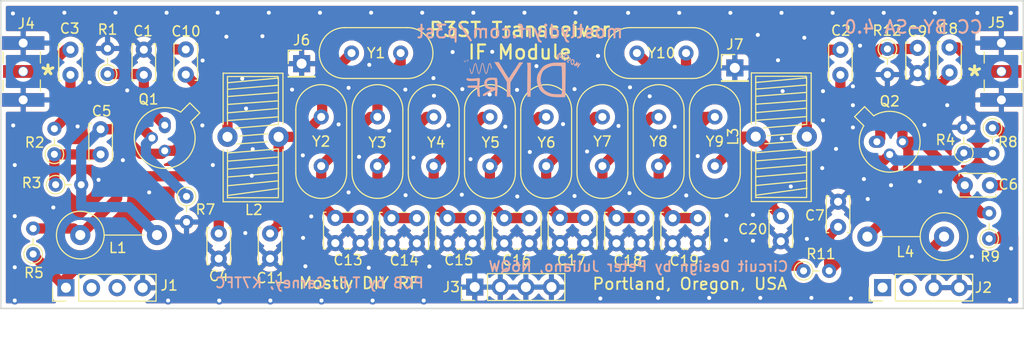
<source format=kicad_pcb>
(kicad_pcb (version 20211014) (generator pcbnew)
  (layers (0 "F.Cu" signal) (31 "B.Cu" signal) (34 "B.Paste" user) (35 "F.Paste" user) (36 "B.SilkS" user "B.Silkscreen") (37 "F.SilkS" user "F.Silkscreen") (38 "B.Mask" user) (39 "F.Mask" user) (44 "Edge.Cuts" user))
  (net 0 "")
  (net 3 "GND")
  (net 4 "12V_Main")
  (net 5 "Net-(C1-Pad1)")
  (net 6 "Net-(C2-Pad1)")
  (net 7 "Net-(C2-Pad2)")
  (net 8 "Net-(C3-Pad2)")
  (net 9 "Net-(C4-Pad1)")
  (net 10 "Net-(C3-Pad1)")
  (net 11 "Net-(C5-Pad2)")
  (net 12 "Net-(C10-Pad1)")
  (net 13 "Net-(C6-Pad1)")
  (net 14 "Net-(C6-Pad2)")
  (net 15 "Net-(C7-Pad1)")
  (net 16 "Net-(C10-Pad2)")
  (net 17 "Net-(C8-Pad2)")
  (net 18 "Net-(C9-Pad1)")
  (net 19 "Net-(C11-Pad1)")
  (net 20 "Net-(C12-Pad1)")
  (net 21 "Net-(C14-Pad1)")
  (net 22 "Net-(C15-Pad1)")
  (net 23 "Net-(C16-Pad1)")
  (net 24 "Net-(C17-Pad1)")
  (net 25 "Net-(C18-Pad1)")
  (net 28 "Net-(C19-Pad1)")
  (net 29 "Net-(C20-Pad1)")
  (footprint "K7TFC_Passives:R_Axial_P2.54mm_Vertical" (layer "F.Cu") (at 237.7948 94.565 90)
    (fp_text reference "R9")
    (fp_text value "3K")
  )
  (footprint "Crystal:Crystal_HC49-U_Vertical" (layer "F.Cu") (at 188.188 82.472 -90)
    (fp_text reference "Y5")
    (fp_text value "Crystal")
  )
  (footprint "Capacitor_THT:C_Disc_D3.4mm_W2.1mm_P2.50mm" (layer "F.Cu") (at 200.761 92.525 -90)
    (fp_text reference "C18")
    (fp_text value "C")
  )
  (footprint "K7TFC_Passives:R_Axial_P2.54mm_Vertical" (layer "F.Cu") (at 150.1902 78.2074 90)
    (fp_text reference "R1")
    (fp_text value "100")
  )
  (footprint "Connector_PinHeader_2.54mm:PinHeader_1x01_P2.54mm_Vertical" (layer "F.Cu") (at 169.475 77.175)
    (fp_text reference "J6")
    (fp_text value "Conn_01x01")
  )
  (footprint "Inductor_THT:L_Axial_L11.0mm_D4.5mm_P7.62mm_Vertical_Fastron_MECC" (layer "F.Cu") (at 233.314 94.361 180)
    (fp_text reference "L4")
    (fp_text value "9.5uH")
  )
  (footprint "K7TFC_Passives:Cap_ParallelPads_Righthand_P2.50mm" (layer "F.Cu") (at 203.25 92.525 -90)
    (fp_text reference "C25" hide)
    (fp_text value "C")
  )
  (footprint "K7TFC_Passives:Cap_ParallelPads_Righthand_P2.50mm" (layer "F.Cu") (at 180.925 92.525 -90)
    (fp_text reference "C21" hide)
    (fp_text value "C")
  )
  (footprint "Capacitor_THT:C_Disc_D3.4mm_W2.1mm_P2.50mm" (layer "F.Cu") (at 233.8578 78.0596 90)
    (fp_text reference "C8")
    (fp_text value "0.10")
  )
  (footprint "Crystal:Crystal_HC49-U_Vertical" (layer "F.Cu") (at 204.952 82.472 -90)
    (fp_text reference "Y8")
    (fp_text value "Crystal")
  )
  (footprint "Connector_PinHeader_2.54mm:PinHeader_1x04_P2.54mm_Vertical" (layer "F.Cu") (at 146.06 99.441 90)
    (fp_text reference "J1")
    (fp_text value "Conn_01x04_Male" hide)
  )
  (footprint "Capacitor_THT:C_Disc_D3.4mm_W2.1mm_P2.50mm" (layer "F.Cu") (at 223.012 75.7936 -90)
    (fp_text reference "C2")
    (fp_text value "0.1uF")
  )
  (footprint "Capacitor_THT:C_Disc_D3.4mm_W2.1mm_P2.50mm" (layer "F.Cu") (at 222.7834 93.3958 90)
    (fp_text reference "C7")
    (fp_text value "0.10")
  )
  (footprint "K7TFC_Passives:R_Axial_P2.54mm_Vertical" (layer "F.Cu") (at 238.125 83.555 -90)
    (fp_text reference "R8")
    (fp_text value "680")
  )
  (footprint "Crystal:Crystal_HC49-U_Vertical" (layer "F.Cu") (at 210.54 82.472 -90)
    (fp_text reference "Y9")
    (fp_text value "Crystal")
  )
  (footprint "K7TFC_Passives:R_Axial_P2.54mm_Vertical" (layer "F.Cu") (at 227.6856 75.7166 -90)
    (fp_text reference "R12")
    (fp_text value "50")
  )
  (footprint "Capacitor_THT:C_Disc_D3.4mm_W2.1mm_P2.50mm" (layer "F.Cu") (at 157.9626 75.7628 -90)
    (fp_text reference "C10")
    (fp_text value "0.10uF")
  )
  (footprint "Connector_PinHeader_2.54mm:PinHeader_1x04_P2.54mm_Vertical" (layer "F.Cu") (at 186.68 99.375 90)
    (fp_text reference "J3")
    (fp_text value "Conn_01x04_Male")
  )
  (footprint "Capacitor_THT:C_Disc_D3.4mm_W2.1mm_P2.50mm" (layer "F.Cu") (at 189.6104 92.525 -90)
    (fp_text reference "C16")
    (fp_text value "C")
  )
  (footprint "Capacitor_THT:C_Disc_D3.4mm_W2.1mm_P2.50mm" (layer "F.Cu") (at 166.3446 94.0508 -90)
    (fp_text reference "C11")
    (fp_text value "C?")
  )
  (footprint "K7TFC_Passives:R_Axial_P2.54mm_Vertical" (layer "F.Cu") (at 142.8 96.095 90)
    (fp_text reference "R5")
    (fp_text value "10")
  )
  (footprint "K7TFC_Passives:Cap_ParallelPads_Righthand_P2.50mm" (layer "F.Cu") (at 197.65 92.5 -90)
    (fp_text reference "C24" hide)
    (fp_text value "C")
  )
  (footprint "Crystal:Crystal_HC49-U_Vertical" (layer "F.Cu") (at 193.776 82.472 -90)
    (fp_text reference "Y6")
    (fp_text value "Crystal")
  )
  (footprint "Crystal:Crystal_HC49-U_Vertical" (layer "F.Cu") (at 182.6 82.472 -90)
    (fp_text reference "Y4")
    (fp_text value "Crystal")
  )
  (footprint "Capacitor_THT:C_Disc_D3.4mm_W2.1mm_P2.50mm" (layer "F.Cu") (at 235.3764 89.2556)
    (fp_text reference "C6")
    (fp_text value "0.10")
  )
  (footprint "K7TFC_Passives:R_Axial_P2.54mm_Vertical" (layer "F.Cu") (at 145.0332 89.2048)
    (fp_text reference "R3")
    (fp_text value "3K")
  )
  (footprint "Crystal:Crystal_HC49-U_Vertical" (layer "F.Cu") (at 174.435 76.122)
    (fp_text reference "Y1")
    (fp_text value "Crystal")
  )
  (footprint "K7TFC:SMA_EdgeMount_0.062_Samtec_wHoles" (layer "F.Cu") (at 239.014 77.9526 90)
    (fp_text reference "J5")
    (fp_text value "Conn_01x02" hide)
  )
  (footprint "Capacitor_THT:C_Disc_D3.4mm_W2.1mm_P2.50mm" (layer "F.Cu") (at 172.821 92.505 -90)
    (fp_text reference "C13")
    (fp_text value "C")
  )
  (footprint "K7TFC_Passives:R_Axial_P2.54mm_Vertical" (layer "F.Cu") (at 158.0388 90.3724 -90)
    (fp_text reference "R7")
    (fp_text value "1K")
  )
  (footprint "Crystal:Crystal_HC49-U_Vertical" (layer "F.Cu") (at 171.424 82.472 -90)
    (fp_text reference "Y2")
    (fp_text value "Crystal")
  )
  (footprint "Capacitor_THT:C_Disc_D3.4mm_W2.1mm_P2.50mm" (layer "F.Cu") (at 206.349 92.525 -90)
    (fp_text reference "C19")
    (fp_text value "C")
  )
  (footprint "K7TFC_Passives:Cap_ParallelPads_Righthand_P2.50mm" (layer "F.Cu") (at 186.475 92.525 -90)
    (fp_text reference "C22" hide)
    (fp_text value "C")
  )
  (footprint "Crystal:Crystal_HC49-U_Vertical" (layer "F.Cu") (at 199.364 82.472 -90)
    (fp_text reference "Y7")
    (fp_text value "Crystal")
  )
  (footprint "K7TFC_Passives:Cap_ParallelPads_Righthand_P2.50mm" (layer "F.Cu") (at 192.1 92.525 -90)
    (fp_text reference "C23" hide)
    (fp_text value "C")
  )
  (footprint "Package_TO_SOT_THT:TO-18-3" (layer "F.Cu") (at 226.639724 84.934724)
    (fp_text reference "Q2")
    (fp_text value "2N2222A_TO18")
  )
  (footprint "K7TFC_Passives:Cap_ParallelPads_Righthand_P2.50mm" (layer "F.Cu") (at 208.85 92.525 -90)
    (fp_text reference "C26" hide)
    (fp_text value "C")
  )
  (footprint "K7TFC_Toroids:Toroid_T50_Vertical_P6.00mm" (layer "F.Cu") (at 214.6 84.425 90)
    (fp_text reference "L3")
    (fp_text value "L")
  )
  (footprint "Capacitor_THT:C_Disc_D3.4mm_W2.1mm_P2.50mm" (layer "F.Cu") (at 153.797 78.2882 90)
    (fp_text reference "C1")
    (fp_text value "0.1uF")
  )
  (footprint "K7TFC_Passives:R_Axial_P2.54mm_Vertical" (layer "F.Cu") (at 144.907 86.183 90)
    (fp_text reference "R2")
    (fp_text value "680")
  )
  (footprint "K7TFC:SMA_EdgeMount_0.062_Samtec_wHoles" (layer "F.Cu") (at 141.8082 77.9526 -90)
    (fp_text reference "J4")
    (fp_text value "Conn_01x02" hide)
  )
  (footprint "Crystal:Crystal_HC49-U_Vertical" (layer "F.Cu") (at 177.012 82.472 -90)
    (fp_text reference "Y3")
    (fp_text value "Crystal")
  )
  (footprint "Package_TO_SOT_THT:TO-18-3" (layer "F.Cu") (at 155.872876 83.293524 -90)
    (fp_text reference "Q1")
    (fp_text value "2N2222A_TO18")
  )
  (footprint "Inductor_THT:L_Axial_L11.0mm_D4.5mm_P7.62mm_Vertical_Fastron_MECC" (layer "F.Cu") (at 147.4828 94.2086)
    (fp_text reference "L1")
    (fp_text value "9.5uH")
  )
  (footprint "K7TFC_Passives:R_Axial_P2.54mm_Vertical" (layer "F.Cu") (at 219.3544 97.7646)
    (fp_text reference "R11")
    (fp_text value "10")
  )
  (footprint "Capacitor_THT:C_Disc_D3.4mm_W2.1mm_P2.50mm" (layer "F.Cu") (at 195.1476 92.4996 -90)
    (fp_text reference "C17")
    (fp_text value "C")
  )
  (footprint "Capacitor_THT:C_Disc_D3.4mm_W2.1mm_P2.50mm" (layer "F.Cu") (at 178.409 92.525 -90)
    (fp_text reference "C14")
    (fp_text value "C")
  )
  (footprint "Capacitor_THT:C_Disc_D3.4mm_W2.1mm_P2.50mm" (layer "F.Cu") (at 149.5044 83.693 -90)
    (fp_text reference "C5")
    (fp_text value "0.10")
  )
  (footprint "K7TFC_Passives:R_Axial_P2.54mm_Vertical" (layer "F.Cu") (at 235.275 86.045 90)
    (fp_text reference "R4")
    (fp_text value "1K")
  )
  (footprint "Capacitor_THT:C_Disc_D3.4mm_W2.1mm_P2.50mm" (layer "F.Cu") (at 161.2392 94.0508 -90)
    (fp_text reference "C4")
    (fp_text value "0.10")
  )
  (footprint "K7TFC_Toroids:Toroid_T50_Vertical_P6.00mm" (layer "F.Cu") (at 162.11 84.4492 90)
    (fp_text reference "L2")
    (fp_text value "L")
  )
  (footprint "Capacitor_THT:C_Disc_D3.4mm_W2.1mm_P2.50mm" (layer "F.Cu") (at 230.6828 75.6104 -90)
    (fp_text reference "C9")
    (fp_text value "0.1uF")
  )
  (footprint "Capacitor_THT:C_Disc_D3.4mm_W2.1mm_P2.50mm" (layer "F.Cu") (at 146.5072 75.7882 -90)
    (fp_text reference "C3")
    (fp_text value "0.1uF")
  )
  (footprint "K7TFC_Passives:Cap_ParallelPads_Righthand_P2.50mm" (layer "F.Cu") (at 175.325 92.5 -90)
    (fp_text reference "C12" hide)
    (fp_text value "C")
  )
  (footprint "Capacitor_THT:C_Disc_D3.4mm_W2.1mm_P2.50mm" (layer "F.Cu") (at 217.0938 92.3236 -90)
    (fp_text reference "C20")
    (fp_text value "0.1uF")
  )
  (footprint "Connector_PinHeader_2.54mm:PinHeader_1x04_P2.54mm_Vertical" (layer "F.Cu") (at 227.205 99.425 90)
    (fp_text reference "J2")
    (fp_text value "Conn_01x04_Male" hide)
  )
  (footprint "Capacitor_THT:C_Disc_D3.4mm_W2.1mm_P2.50mm" (layer "F.Cu") (at 183.9716 92.525 -90)
    (fp_text reference "C15")
    (fp_text value "C")
  )
  (footprint "Crystal:Crystal_HC49-U_Vertical" (layer "F.Cu") (at 202.793 76.122)
    (fp_text reference "Y10")
    (fp_text value "Crystal")
  )
  (footprint "Connector_PinHeader_2.54mm:PinHeader_1x01_P2.54mm_Vertical" (layer "F.Cu") (at 212.525 77.6)
    (fp_text reference "J7")
    (fp_text value "Conn_01x01")
  )
  (footprint "Graphics:diyrf_12mm" (layer "B.Cu") (at 191.430585 78.211397 180)
    (fp_text reference "G***" hide)
    (fp_text value "LOGO" hide)
  )
  (gr_rect (start 139.58 70.925) (end 241.195 101.5) (layer "Edge.Cuts") (width 0.15) (fill none))
  (gr_text "Circuit Design by Peter Juliano, N6QW" (at 202.946 97.3328) (layer "B.SilkS") (effects (font (size 1.016 1.016) (thickness 0.1778)) (justify mirror)))
  (gr_text "CC BY-SA 4.0" (at 230.2764 73.533) (layer "B.SilkS") (effects (font (size 1.27 1.27) (thickness 0.2032)) (justify mirror)))
  (gr_text "PCB by T.F. Carney, K7TFC" (at 171.2468 98.9584) (layer "B.SilkS") (effects (font (size 1.016 1.016) (thickness 0.1778)) (justify mirror)))
  (gr_text "mostlydiyrf.com/p3st" (at 191.1858 73.9902) (layer "B.SilkS") (effects (font (size 1.27 1.27) (thickness 0.2032)) (justify mirror)))
  (gr_text "*" (at 236.347 78.5114) (layer "F.SilkS") (effects (font (size 2.032 2.032) (thickness 0.3048))))
  (gr_text "*" (at 144.272 78.4098) (layer "F.SilkS") (effects (font (size 2.032 2.032) (thickness 0.3048))))
  (gr_text "\nP3ST Transceiver\nIF Module" (at 191.1604 73.787) (layer "F.SilkS") (effects (font (size 1.397 1.397) (thickness 0.2286))))
  (gr_text "Portland, Oregon, USA" (at 208.0514 99.06) (layer "F.SilkS") (effects (font (size 1.143 1.143) (thickness 0.1778))))
  (gr_text "Mostly DIY RF" (at 175.1838 98.9838) (layer "F.SilkS") (effects (font (size 1.143 1.143) (thickness 0.1778))))
  (via (at 163.8808 94.0054) (size 0.8) (drill 0.4) (layers "F.Cu" "B.Cu") (net 3))
  (via (at 169.8498 97.3074) (size 0.8) (drill 0.4) (layers "F.Cu" "B.Cu") (net 3))
  (via (at 239.9538 72.136) (size 0.8) (drill 0.4) (layers "F.Cu" "B.Cu") (net 3))
  (via (at 166.37 100.711) (size 0.8) (drill 0.4) (layers "F.Cu" "B.Cu") (net 3))
  (via (at 188.4172 75.9968) (size 0.8) (drill 0.4) (layers "F.Cu" "B.Cu") (net 3))
  (via (at 217.1954 84.6074) (size 0.8) (drill 0.4) (layers "F.Cu" "B.Cu") (net 3))
  (via (at 222.24 72.125) (size 0.8) (drill 0.4) (layers "F.Cu" "B.Cu") (net 3))
  (via (at 149.3012 88.7222) (size 0.8) (drill 0.4) (layers "F.Cu" "B.Cu") (net 3))
  (via (at 199.1614 100.5078) (size 0.8) (drill 0.4) (layers "F.Cu" "B.Cu") (net 3))
  (via (at 190.9064 90.3732) (size 0.8) (drill 0.4) (layers "F.Cu" "B.Cu") (net 3))
  (via (at 191.62 72.114) (size 0.8) (drill 0.4) (layers "F.Cu" "B.Cu") (net 3))
  (via (at 233.6292 81.3054) (size 0.8) (drill 0.4) (layers "F.Cu" "B.Cu") (net 3))
  (via (at 219.6846 94.5896) (size 0.8) (drill 0.4) (layers "F.Cu" "B.Cu") (net 3))
  (via (at 225.3488 88.646) (size 0.8) (drill 0.4) (layers "F.Cu" "B.Cu") (net 3))
  (via (at 164.6174 85.6742) (size 0.8) (drill 0.4) (layers "F.Cu" "B.Cu") (net 3))
  (via (at 214.3252 94.7674) (size 0.8) (drill 0.4) (layers "F.Cu" "B.Cu") (net 3))
  (via (at 180.594 86.5124) (size 0.8) (drill 0.4) (layers "F.Cu" "B.Cu") (net 3))
  (via (at 154.3304 89.9668) (size 0.8) (drill 0.4) (layers "F.Cu" "B.Cu") (net 3))
  (via (at 182.1688 97.3328) (size 0.8) (drill 0.4) (layers "F.Cu" "B.Cu") (net 3))
  (via (at 179.7812 79.756) (size 0.8) (drill 0.4) (layers "F.Cu" "B.Cu") (net 3))
  (via (at 150.98 72.114) (size 0.8) (drill 0.4) (layers "F.Cu" "B.Cu") (net 3))
  (via (at 202.057 90.043) (size 0.8) (drill 0.4) (layers "F.Cu" "B.Cu") (net 3))
  (via (at 163.576 78.6638) (size 0.8) (drill 0.4) (layers "F.Cu" "B.Cu") (net 3))
  (via (at 209.975 100.45) (size 0.8) (drill 0.4) (layers "F.Cu" "B.Cu") (net 3))
  (via (at 198.9328 76.4032) (size 0.8) (drill 0.4) (layers "F.Cu" "B.Cu") (net 3))
  (via (at 156.06 72.114) (size 0.8) (drill 0.4) (layers "F.Cu" "B.Cu") (net 3))
  (via (at 196.596 79.7052) (size 0.8) (drill 0.4) (layers "F.Cu" "B.Cu") (net 3))
  (via (at 174.1424 79.5782) (size 0.8) (drill 0.4) (layers "F.Cu" "B.Cu") (net 3))
  (via (at 224.2566 83.5152) (size 0.8) (drill 0.4) (layers "F.Cu" "B.Cu") (net 3))
  (via (at 152.146 79.8322) (size 0.8) (drill 0.4) (layers "F.Cu" "B.Cu") (net 3))
  (via (at 140.97 92.329) (size 0.8) (drill 0.4) (layers "F.Cu" "B.Cu") (net 3))
  (via (at 236.0676 96.3422) (size 0.8) (drill 0.4) (layers "F.Cu" "B.Cu") (net 3))
  (via (at 211.6328 94.7166) (size 0.8) (drill 0.4) (layers "F.Cu" "B.Cu") (net 3))
  (via (at 173.1518 83.2104) (size 0.8) (drill 0.4) (layers "F.Cu" "B.Cu") (net 3))
  (via (at 221.2848 79.9084) (size 0.8) (drill 0.4) (layers "F.Cu" "B.Cu") (net 3))
  (via (at 176.38 72.114) (size 0.8) (drill 0.4) (layers "F.Cu" "B.Cu") (net 3))
  (via (at 184.4802 76.0222) (size 0.8) (drill 0.4) (layers "F.Cu" "B.Cu") (net 3))
  (via (at 148.4122 79.0448) (size 0.8) (drill 0.4) (layers "F.Cu" "B.Cu") (net 3))
  (via (at 195.453 83.185) (size 0.8) (drill 0.4) (layers "F.Cu" "B.Cu") (net 3))
  (via (at 236.6264 72.136) (size 0.8) (drill 0.4) (layers "F.Cu" "B.Cu") (net 3))
  (via (at 161.29 100.711) (size 0.8) (drill 0.4) (layers "F.Cu" "B.Cu") (net 3))
  (via (at 140.97 87.249) (size 0.8) (drill 0.4) (layers "F.Cu" "B.Cu") (net 3))
  (via (at 140.7922 72.1868) (size 0.8) (drill 0.4) (layers "F.Cu" "B.Cu") (net 3))
  (via (at 169.6212 94.488) (size 0.8) (drill 0.4) (layers "F.Cu" "B.Cu") (net 3))
  (via (at 188.1632 80.2386) (size 0.8) (drill 0.4) (layers "F.Cu" "B.Cu") (net 3))
  (via (at 168.529 79.756) (size 0.8) (drill 0.4) (layers "F.Cu" "B.Cu") (net 3))
  (via (at 232.4 72.125) (size 0.8) (drill 0.4) (layers "F.Cu" "B.Cu") (net 3))
  (via (at 214.3252 92.202) (size 0.8) (drill 0.4) (layers "F.Cu" "B.Cu") (net 3))
  (via (at 160.655 87.249) (size 0.8) (drill 0.4) (layers "F.Cu" "B.Cu") (net 3))
  (via (at 224.2566 79.4258) (size 0.8) (drill 0.4) (layers "F.Cu" "B.Cu") (net 3))
  (via (at 169.5958 86.2838) (size 0.8) (drill 0.4) (layers "F.Cu" "B.Cu") (net 3))
  (via (at 197.8406 85.9028) (size 0.8) (drill 0.4) (layers "F.Cu" "B.Cu") (net 3))
  (via (at 224.05 100.5) (size 0.8) (drill 0.4) (layers "F.Cu" "B.Cu") (net 3))
  (via (at 151.7142 86.7664) (size 0.8) (drill 0.4) (layers "F.Cu" "B.Cu") (net 3))
  (via (at 185.4454 79.7052) (size 0.8) (drill 0.4) (layers "F.Cu" "B.Cu") (net 3))
  (via (at 161.14 72.114) (size 0.8) (drill 0.4) (layers "F.Cu" "B.Cu") (net 3))
  (via (at 179.8066 90.2462) (size 0.8) (drill 0.4) (layers "F.Cu" "B.Cu") (net 3))
  (via (at 211.709 92.2528) (size 0.8) (drill 0.4) (layers "F.Cu" "B.Cu") (net 3))
  (via (at 165.5826 74.4474) (size 0.8) (drill 0.4) (layers "F.Cu" "B.Cu") (net 3))
  (via (at 217.2716 79.9084) (size 0.8) (drill 0.4) (layers "F.Cu" "B.Cu") (net 3))
  (via (at 231.3686 83.2612) (size 0.8) (drill 0.4) (layers "F.Cu" "B.Cu") (net 3))
  (via (at 207 72.125) (size 0.8) (drill 0.4) (layers "F.Cu" "B.Cu") (net 3))
  (via (at 220.135 100.45) (size 0.8) (drill 0.4) (layers "F.Cu" "B.Cu") (net 3))
  (via (at 140.8176 83.312) (size 0.8) (drill 0.4) (layers "F.Cu" "B.Cu") (net 3))
  (via (at 216.8144 76.835) (size 0.8) (drill 0.4) (layers "F.Cu" "B.Cu") (net 3))
  (via (at 225.7298 90.6272) (size 0.8) (drill 0.4) (layers "F.Cu" "B.Cu") (net 3))
  (via (at 159.639 76.8604) (size 0.8) (drill 0.4) (layers "F.Cu" "B.Cu") (net 3))
  (via (at 171.45 100.711) (size 0.8) (drill 0.4) (layers "F.Cu" "B.Cu") (net 3))
  (via (at 184.0738 83.312) (size 0.8) (drill 0.4) (layers "F.Cu" "B.Cu") (net 3))
  (via (at 140.97 100.711) (size 0.8) (drill 0.4) (layers "F.Cu" "B.Cu") (net 3))
  (via (at 221.2848 82.804) (size 0.8) (drill 0.4) (layers "F.Cu" "B.Cu") (net 3))
  (via (at 192.151 85.9536) (size 0.8) (drill 0.4) (layers "F.Cu" "B.Cu") (net 3))
  (via (at 156.21 100.711) (size 0.8) (drill 0.4) (layers "F.Cu" "B.Cu") (net 3))
  (via (at 159.6136 83.312) (size 0.8) (drill 0.4) (layers "F.Cu" "B.Cu") (net 3))
  (via (at 189.7126 83.439) (size 0.8) (drill 0.4) (layers "F.Cu" "B.Cu") (net 3))
  (via (at 212.08 72.125) (size 0.8) (drill 0.4) (layers "F.Cu" "B.Cu") (net 3))
  (via (at 176.53 100.711) (size 0.8) (drill 0.4) (layers "F.Cu" "B.Cu") (net 3))
  (via (at 196.596 90.3224) (size 0.8) (drill 0.4) (layers "F.Cu" "B.Cu") (net 3))
  (via (at 200.9648 83.3628) (size 0.8) (drill 0.4) (layers "F.Cu" "B.Cu") (net 3))
  (via (at 162.0012 74.4982) (size 0.8) (drill 0.4) (layers "F.Cu" "B.Cu") (net 3))
  (via (at 218.0844 89.3826) (size 0.8) (drill 0.4) (layers "F.Cu" "B.Cu") (net 3))
  (via (at 178.181 83.8454) (size 0.8) (drill 0.4) (layers "F.Cu" "B.Cu") (net 3))
  (via (at 145.9 72.114) (size 0.8) (drill 0.4) (layers "F.Cu" "B.Cu") (net 3))
  (via (at 208.8388 86.36) (size 0.8) (drill 0.4) (layers "F.Cu" "B.Cu") (net 3))
  (via (at 202.1078 79.5274) (size 0.8) (drill 0.4) (layers "F.Cu" "B.Cu") (net 3))
  (via (at 190.881 79.7814) (size 0.8) (drill 0.4) (layers "F.Cu" "B.Cu") (net 3))
  (via (at 214.8078 74.3204) (size 0.8) (drill 0.4) (layers "F.Cu" "B.Cu") (net 3))
  (via (at 144.8054 91.4654) (size 0.8) (drill 0.4) (layers "F.Cu" "B.Cu") (net 3))
  (via (at 224.2566 81.3054) (size 0.8) (drill 0.4) (layers "F.Cu" "B.Cu") (net 3))
  (via (at 174.1424 89.9668) (size 0.8) (drill 0.4) (layers "F.Cu" "B.Cu") (net 3))
  (via (at 176.149 97.4598) (size 0.8) (drill 0.4) (layers "F.Cu" "B.Cu") (net 3))
  (via (at 230.886 88.8746) (size 0.8) (drill 0.4) (layers "F.Cu" "B.Cu") (net 3))
  (via (at 186.2582 86.6648) (size 0.8) (drill 0.4) (layers "F.Cu" "B.Cu") (net 3))
  (via (at 207.6958 90.2716) (size 0.8) (drill 0.4) (layers "F.Cu" "B.Cu") (net 3))
  (via (at 147.2184 83.4136) (size 0.8) (drill 0.4) (layers "F.Cu" "B.Cu") (net 3))
  (via (at 239.85 100.625) (size 0.8) (drill 0.4) (layers "F.Cu" "B.Cu") (net 3))
  (via (at 176.1998 77.2922) (size 0.8) (drill 0.4) (layers "F.Cu" "B.Cu") (net 3))
  (via (at 224.9678 75.3872) (size 0.8) (drill 0.4) (layers "F.Cu" "B.Cu") (net 3))
  (via (at 219.4306 74.5998) (size 0.8) (drill 0.4) (layers "F.Cu" "B.Cu") (net 3))
  (via (at 182.5752 78.613) (size 0.8) (drill 0.4) (layers "F.Cu" "B.Cu") (net 3))
  (via (at 204.0636 80.4164) (size 0.8) (drill 0.4) (layers "F.Cu" "B.Cu") (net 3))
  (via (at 163.957 81.6356) (size 0.8) (drill 0.4) (layers "F.Cu" "B.Cu") (net 3))
  (via (at 227.32 72.125) (size 0.8) (drill 0.4) (layers "F.Cu" "B.Cu") (net 3))
  (via (at 221.2086 87.5538) (size 0.8) (drill 0.4) (layers "F.Cu" "B.Cu") (net 3))
  (via (at 181.46 72.114) (size 0.8) (drill 0.4) (layers "F.Cu" "B.Cu") (net 3))
  (via (at 170.434 92.3544) (size 0.8) (drill 0.4) (layers "F.Cu" "B.Cu") (net 3))
  (via (at 140.97 97.409) (size 0.8) (drill 0.4) (layers "F.Cu" "B.Cu") (net 3))
  (via (at 228.0412 89.2556) (size 0.8) (drill 0.4) (layers "F.Cu" "B.Cu") (net 3))
  (via (at 192.8114 77.4192) (size 0.8) (drill 0.4) (layers "F.Cu" "B.Cu") (net 3))
  (via (at 217.16 72.125) (size 0.8) (drill 0.4) (layers "F.Cu" "B.Cu") (net 3))
  (via (at 175.1838 86.4362) (size 0.8) (drill 0.4) (layers "F.Cu" "B.Cu") (net 3))
  (via (at 222.5802 85.6488) (size 0.8) (drill 0.4) (layers "F.Cu" "B.Cu") (net 3))
  (via (at 196.7 72.114) (size 0.8) (drill 0.4) (layers "F.Cu" "B.Cu") (net 3))
  (via (at 215.055 100.45) (size 0.8) (drill 0.4) (layers "F.Cu" "B.Cu") (net 3))
  (via (at 164.5158 88.3158) (size 0.8) (drill 0.4) (layers "F.Cu" "B.Cu") (net 3))
  (via (at 182.626 80.3656) (size 0.8) (drill 0.4) (layers "F.Cu" "B.Cu") (net 3))
  (via (at 206.5528 83.439) (size 0.8) (drill 0.4) (layers "F.Cu" "B.Cu") (net 3))
  (via (at 239.977 95.545) (size 0.8) (drill 0.4) (layers "F.Cu" "B.Cu") (net 3))
  (via (at 232.9434 89.8906) (size 0.8) (drill 0.4) (layers "F.Cu" "B.Cu") (net 3))
  (via (at 171.3 72.114) (size 0.8) (drill 0.4) (layers "F.Cu" "B.Cu") (net 3))
  (via (at 181.61 100.711) (size 0.8) (drill 0.4) (layers "F.Cu" "B.Cu") (net 3))
  (via (at 201.92 72.125) (size 0.8) (drill 0.4) (layers "F.Cu" "B.Cu") (net 3))
  (via (at 186.54 72.114) (size 0.8) (drill 0.4) (layers "F.Cu" "B.Cu") (net 3))
  (via (at 204.895 100.45) (size 0.8) (drill 0.4) (layers "F.Cu" "B.Cu") (net 3))
  (via (at 185.3946 90.1954) (size 0.8) (drill 0.4) (layers "F.Cu" "B.Cu") (net 3))
  (via (at 166.22 72.114) (size 0.8) (drill 0.4) (layers "F.Cu" "B.Cu") (net 3))
  (segment (start 184.785 97.2566) (end 218.8464 97.2566) (width 1.016) (layer "F.Cu") (net 4))
  (segment (start 182.7022 99.3394) (end 184.785 97.2566) (width 1.016) (layer "F.Cu") (net 4))
  (segment (start 218.8464 97.2566) (end 219.3544 97.7646) (width 1.016) (layer "F.Cu") (net 4))
  (segment (start 146.06 98.5166) (end 147.32 97.2566) (width 1.016) (layer "F.Cu") (net 4))
  (segment (start 142.8 96.181) (end 146.06 99.441) (width 1.016) (layer "F.Cu") (net 4))
  (segment (start 146.06 99.441) (end 146.06 98.5166) (width 1.016) (layer "F.Cu") (net 4))
  (segment (start 147.32 97.2566) (end 156.0068 97.2566) (width 1.016) (layer "F.Cu") (net 4))
  (segment (start 158.0896 99.3394) (end 182.7022 99.3394) (width 1.016) (layer "F.Cu") (net 4))
  (segment (start 156.0068 97.2566) (end 158.0896 99.3394) (width 1.016) (layer "F.Cu") (net 4))
  (segment (start 142.8 96.095) (end 142.8 96.181) (width 1.016) (layer "F.Cu") (net 4))
  (segment (start 153.7162 78.2074) (end 153.797 78.2882) (width 1.016) (layer "F.Cu") (net 5))
  (segment (start 150.1902 78.2074) (end 153.7162 78.2074) (width 1.016) (layer "F.Cu") (net 5))
  (segment (start 153.797 81.217648) (end 155.872876 83.293524) (width 1.016) (layer "F.Cu") (net 5))
  (segment (start 153.797 78.2882) (end 153.797 81.217648) (width 1.016) (layer "F.Cu") (net 5))
  (segment (start 223.012 75.7936) (end 221.869 75.7936) (width 1.016) (layer "F.Cu") (net 6))
  (segment (start 221.869 75.7936) (end 219.68 77.9826) (width 1.016) (layer "F.Cu") (net 6))
  (segment (start 219.68 77.9826) (end 219.68 84.425) (width 1.016) (layer "F.Cu") (net 6))
  (segment (start 227.309724 86.804724) (end 227.909724 86.204724) (width 1.016) (layer "F.Cu") (net 7))
  (segment (start 223.012 84.2772) (end 225.539524 86.804724) (width 1.016) (layer "F.Cu") (net 7))
  (segment (start 225.539524 86.804724) (end 227.309724 86.804724) (width 1.016) (layer "F.Cu") (net 7))
  (segment (start 223.012 78.2936) (end 223.012 84.2772) (width 1.016) (layer "F.Cu") (net 7))
  (segment (start 228.509724 86.804724) (end 234.515276 86.804724) (width 1.016) (layer "B.Cu") (net 7))
  (segment (start 234.515276 86.804724) (end 235.275 86.045) (width 1.016) (layer "B.Cu") (net 7))
  (segment (start 235.275 86.045) (end 238.075 86.045) (width 1.016) (layer "B.Cu") (net 7))
  (segment (start 238.075 86.045) (end 238.125 86.095) (width 1.016) (layer "B.Cu") (net 7))
  (segment (start 227.909724 86.204724) (end 228.509724 86.804724) (width 1.016) (layer "B.Cu") (net 7))
  (segment (start 150.811352 80.772) (end 146.5072 80.772) (width 1.016) (layer "F.Cu") (net 8))
  (segment (start 154.602876 84.563524) (end 150.811352 80.772) (width 1.016) (layer "F.Cu") (net 8))
  (segment (start 146.5072 82.0428) (end 144.907 83.643) (width 1.016) (layer "F.Cu") (net 8))
  (segment (start 146.5072 78.2882) (end 146.5072 80.772) (width 1.016) (layer "F.Cu") (net 8))
  (segment (start 146.5072 80.772) (end 146.5072 82.0428) (width 1.016) (layer "F.Cu") (net 8))
  (segment (start 154.002876 86.336476) (end 154.002876 85.163524) (width 1.016) (layer "B.Cu") (net 8))
  (segment (start 158.0388 90.3724) (end 154.002876 86.336476) (width 1.016) (layer "B.Cu") (net 8))
  (segment (start 154.002876 85.163524) (end 154.602876 84.563524) (width 1.016) (layer "B.Cu") (net 8))
  (segment (start 151.1427 89.916) (end 151.1427 90.5487) (width 1.016) (layer "F.Cu") (net 9))
  (segment (start 152.6921 88.3666) (end 159.1564 88.3666) (width 1.016) (layer "F.Cu") (net 9))
  (segment (start 161.2392 90.4494) (end 161.2392 94.0508) (width 1.016) (layer "F.Cu") (net 9))
  (segment (start 151.1427 89.916) (end 152.6921 88.3666) (width 1.016) (layer "F.Cu") (net 9))
  (segment (start 151.1427 90.5487) (end 147.4828 94.2086) (width 1.016) (layer "F.Cu") (net 9))
  (segment (start 159.1564 88.3666) (end 161.2392 90.4494) (width 1.016) (layer "F.Cu") (net 9))
  (segment (start 142.8 93.555) (end 146.8292 93.555) (width 1.016) (layer "F.Cu") (net 9))
  (segment (start 146.8292 93.555) (end 147.4828 94.2086) (width 1.016) (layer "F.Cu") (net 9))
  (segment (start 146.5072 75.7882) (end 146.03 75.7882) (width 1.016) (layer "F.Cu") (net 10))
  (segment (start 146.03 75.7882) (end 143.9926 77.8256) (width 1.016) (layer "F.Cu") (net 10))
  (segment (start 143.9926 77.8256) (end 141.7352 77.8256) (width 1.016) (layer "F.Cu") (net 10))
  (segment (start 141.7352 77.8256) (end 141.6082 77.9526) (width 1.016) (layer "F.Cu") (net 10))
  (segment (start 149.5044 86.193) (end 144.917 86.193) (width 1.016) (layer "F.Cu") (net 11))
  (segment (start 144.907 86.183) (end 144.907 89.0786) (width 1.016) (layer "F.Cu") (net 11))
  (segment (start 144.907 89.0786) (end 145.0332 89.2048) (width 1.016) (layer "F.Cu") (net 11))
  (segment (start 144.917 86.193) (end 144.907 86.183) (width 1.016) (layer "F.Cu") (net 11))
  (segment (start 155.575 86.1314) (end 155.872876 85.833524) (width 1.016) (layer "F.Cu") (net 12))
  (segment (start 156.0322 76.2254) (end 156.0322 80.2386) (width 1.016) (layer "F.Cu") (net 12))
  (segment (start 156.4948 75.7628) (end 156.0322 76.2254) (width 1.016) (layer "F.Cu") (net 12))
  (segment (start 156.863476 85.833524) (end 155.872876 85.833524) (width 1.016) (layer "F.Cu") (net 12))
  (segment (start 151.0538 83.693) (end 153.4922 86.1314) (width 1.016) (layer "F.Cu") (net 12))
  (segment (start 153.4922 86.1314) (end 155.575 86.1314) (width 1.016) (layer "F.Cu") (net 12))
  (segment (start 157.9626 75.7628) (end 156.4948 75.7628) (width 1.016) (layer "F.Cu") (net 12))
  (segment (start 156.0322 80.2386) (end 157.7594 81.9658) (width 1.016) (layer "F.Cu") (net 12))
  (segment (start 157.7594 81.9658) (end 157.7594 84.9376) (width 1.016) (layer "F.Cu") (net 12))
  (segment (start 157.7594 84.9376) (end 156.863476 85.833524) (width 1.016) (layer "F.Cu") (net 12))
  (segment (start 149.5044 83.693) (end 151.0538 83.693) (width 1.016) (layer "F.Cu") (net 12))
  (segment (start 147.5732 89.2048) (end 147.5732 91.4265) (width 1.016) (layer "B.Cu") (net 12))
  (segment (start 147.5732 91.4265) (end 152.3207 91.4265) (width 1.016) (layer "B.Cu") (net 12))
  (segment (start 152.3207 91.4265) (end 155.1028 94.2086) (width 1.016) (layer "B.Cu") (net 12))
  (segment (start 147.5732 85.6242) (end 147.5732 89.2048) (width 1.016) (layer "B.Cu") (net 12))
  (segment (start 149.5044 83.693) (end 147.5732 85.6242) (width 1.016) (layer "B.Cu") (net 12))
  (segment (start 231.055524 84.934724) (end 235.3764 89.2556) (width 1.016) (layer "F.Cu") (net 13))
  (segment (start 229.7684 85.5234) (end 229.7684 90.2866) (width 1.016) (layer "F.Cu") (net 13))
  (segment (start 235.3764 90.3678) (end 237.0336 92.025) (width 1.016) (layer "F.Cu") (net 13))
  (segment (start 229.179724 84.934724) (end 231.055524 84.934724) (width 1.016) (layer "F.Cu") (net 13))
  (segment (start 237.0336 92.025) (end 237.7948 92.025) (width 1.016) (layer "F.Cu") (net 13))
  (segment (start 233.8578 78.0596) (end 233.8578 78.232) (width 1.016) (layer "F.Cu") (net 13))
  (segment (start 233.8578 78.232) (end 229.179724 82.910076) (width 1.016) (layer "F.Cu") (net 13))
  (segment (start 229.179724 82.910076) (end 229.179724 84.934724) (width 1.016) (layer "F.Cu") (net 13))
  (segment (start 229.7684 90.2866) (end 225.694 94.361) (width 1.016) (layer "F.Cu") (net 13))
  (segment (start 229.179724 84.934724) (end 229.7684 85.5234) (width 1.016) (layer "F.Cu") (net 13))
  (segment (start 235.3764 89.2556) (end 235.3764 90.3678) (width 1.016) (layer "F.Cu") (net 13))
  (segment (start 240.0046 93.2434) (end 238.683 94.565) (width 1.016) (layer "F.Cu") (net 14))
  (segment (start 239.533 89.2446) (end 240.0046 89.7162) (width 1.016) (layer "F.Cu") (net 14))
  (segment (start 239.8776 88.9) (end 239.533 89.2446) (width 1.016) (layer "F.Cu") (net 14))
  (segment (start 237.8764 89.2556) (end 239.522 89.2556) (width 1.016) (layer "F.Cu") (net 14))
  (segment (start 238.683 94.565) (end 237.7948 94.565) (width 1.016) (layer "F.Cu") (net 14))
  (segment (start 239.8776 84.8106) (end 239.8776 88.9) (width 1.016) (layer "F.Cu") (net 14))
  (segment (start 240.0046 89.7162) (end 240.0046 93.2434) (width 1.016) (layer "F.Cu") (net 14))
  (segment (start 238.125 83.555) (end 238.622 83.555) (width 1.016) (layer "F.Cu") (net 14))
  (segment (start 239.522 89.2556) (end 239.533 89.2446) (width 1.016) (layer "F.Cu") (net 14))
  (segment (start 238.622 83.555) (end 239.8776 84.8106) (width 1.016) (layer "F.Cu") (net 14))
  (segment (start 221.8944 94.2848) (end 222.7834 93.3958) (width 1.016) (layer "F.Cu") (net 15))
  (segment (start 221.8944 97.7646) (end 221.8944 94.2848) (width 1.016) (layer "F.Cu") (net 15))
  (segment (start 221.8944 97.7646) (end 223.0374 96.6216) (width 1.016) (layer "F.Cu") (net 15))
  (segment (start 231.0534 96.6216) (end 233.314 94.361) (width 1.016) (layer "F.Cu") (net 15))
  (segment (start 223.0374 96.6216) (end 231.0534 96.6216) (width 1.016) (layer "F.Cu") (net 15))
  (segment (start 162.072 82.3722) (end 162.0774 82.3722) (width 1.016) (layer "F.Cu") (net 16))
  (segment (start 162.0774 82.3722) (end 162.11 82.4048) (width 1.016) (layer "F.Cu") (net 16))
  (segment (start 162.11 82.4048) (end 162.11 84.4492) (width 1.016) (layer "F.Cu") (net 16))
  (segment (start 157.9626 78.2628) (end 162.072 82.3722) (width 1.016) (layer "F.Cu") (net 16))
  (segment (start 239.214 77.9526) (end 237.0328 77.9526) (width 1.016) (layer "F.Cu") (net 17))
  (segment (start 234.6398 75.5596) (end 233.8578 75.5596) (width 1.016) (layer "F.Cu") (net 17))
  (segment (start 237.0328 77.9526) (end 234.6398 75.5596) (width 1.016) (layer "F.Cu") (net 17))
  (segment (start 226.9752 75.7166) (end 225.5266 77.1652) (width 1.016) (layer "F.Cu") (net 18))
  (segment (start 225.5266 81.9658) (end 226.9744 83.4136) (width 1.016) (layer "F.Cu") (net 18))
  (segment (start 227.6856 75.7166) (end 230.5766 75.7166) (width 1.016) (layer "F.Cu") (net 18))
  (segment (start 230.5766 75.7166) (end 230.6828 75.6104) (width 1.016) (layer "F.Cu") (net 18))
  (segment (start 226.9744 84.600048) (end 226.639724 84.934724) (width 1.016) (layer "F.Cu") (net 18))
  (segment (start 227.6856 75.7166) (end 226.9752 75.7166) (width 1.016) (layer "F.Cu") (net 18))
  (segment (start 225.5266 77.1652) (end 225.5266 81.9658) (width 1.016) (layer "F.Cu") (net 18))
  (segment (start 226.9744 83.4136) (end 226.9744 84.600048) (width 1.016) (layer "F.Cu") (net 18))
  (segment (start 171.516 82.38) (end 171.424 82.472) (width 1.016) (layer "F.Cu") (net 19))
  (segment (start 174.435 76.122) (end 171.516 79.041) (width 1.016) (layer "F.Cu") (net 19))
  (segment (start 167.19 84.4492) (end 167.19 93.2054) (width 1.016) (layer "F.Cu") (net 19))
  (segment (start 167.19 93.2054) (end 166.3446 94.0508) (width 1.016) (layer "F.Cu") (net 19))
  (segment (start 171.516 79.041) (end 171.516 82.38) (width 1.016) (layer "F.Cu") (net 19))
  (segment (start 169.2864 84.4492) (end 169.3666 84.5294) (width 1.016) (layer "F.Cu") (net 19))
  (segment (start 167.19 84.4492) (end 169.2864 84.4492) (width 1.016) (layer "F.Cu") (net 19))
  (segment (start 171.424 82.472) (end 169.3666 84.5294) (width 1.016) (layer "F.Cu") (net 19))
  (segment (start 179.315 77.18266) (end 177.012 79.48566) (width 1.016) (layer "F.Cu") (net 20))
  (segment (start 177.012 82.472) (end 176.304 82.472) (width 1.016) (layer "F.Cu") (net 20))
  (segment (start 171.424 87.352) (end 171.424 91.108) (width 1.016) (layer "F.Cu") (net 20))
  (segment (start 177.012 79.48566) (end 177.012 82.472) (width 1.016) (layer "F.Cu") (net 20))
  (segment (start 172.821 92.505) (end 175.32 92.505) (width 1.016) (layer "F.Cu") (net 20))
  (segment (start 176.304 82.472) (end 171.424 87.352) (width 1.016) (layer "F.Cu") (net 20))
  (segment (start 179.315 76.122) (end 179.315 77.18266) (width 1.016) (layer "F.Cu") (net 20))
  (segment (start 171.424 91.108) (end 172.821 92.505) (width 1.016) (layer "F.Cu") (net 20))
  (segment (start 175.32 92.505) (end 175.325 92.5) (width 1.016) (layer "F.Cu") (net 20))
  (segment (start 182.6 82.472) (end 181.892 82.472) (width 1.016) (layer "F.Cu") (net 21))
  (segment (start 177.012 91.128) (end 178.409 92.525) (width 1.016) (layer "F.Cu") (net 21))
  (segment (start 181.892 82.472) (end 177.012 87.352) (width 1.016) (layer "F.Cu") (net 21))
  (segment (start 178.409 92.525) (end 180.925 92.525) (width 1.016) (layer "F.Cu") (net 21))
  (segment (start 177.012 87.352) (end 177.012 91.128) (width 1.016) (layer "F.Cu") (net 21))
  (segment (start 188.188 82.472) (end 187.48 82.472) (width 1.016) (layer "F.Cu") (net 22))
  (segment (start 182.6 91.1534) (end 183.9716 92.525) (width 1.016) (layer "F.Cu") (net 22))
  (segment (start 182.6 87.352) (end 182.6 91.1534) (width 1.016) (layer "F.Cu") (net 22))
  (segment (start 187.48 82.472) (end 182.6 87.352) (width 1.016) (layer "F.Cu") (net 22))
  (segment (start 183.9716 92.525) (end 186.475 92.525) (width 1.016) (layer "F.Cu") (net 22))
  (segment (start 189.6104 92.525) (end 192.1 92.525) (width 1.016) (layer "F.Cu") (net 23))
  (segment (start 193.776 82.472) (end 193.068 82.472) (width 1.016) (layer "F.Cu") (net 23))
  (segment (start 193.068 82.472) (end 188.188 87.352) (width 1.016) (layer "F.Cu") (net 23))
  (segment (start 188.188 91.1026) (end 189.6104 92.525) (width 1.016) (layer "F.Cu") (net 23))
  (segment (start 188.188 87.352) (end 188.188 91.1026) (width 1.016) (layer "F.Cu") (net 23))
  (segment (start 199.364 82.472) (end 198.656 82.472) (width 1.016) (layer "F.Cu") (net 24))
  (segment (start 195.1476 92.4996) (end 197.6496 92.4996) (width 1.016) (layer "F.Cu") (net 24))
  (segment (start 197.6496 92.4996) (end 197.65 92.5) (width 1.016) (layer "F.Cu") (net 24))
  (segment (start 193.776 87.352) (end 193.776 91.128) (width 1.016) (layer "F.Cu") (net 24))
  (segment (start 193.776 91.128) (end 195.1476 92.4996) (width 1.016) (layer "F.Cu") (net 24))
  (segment (start 198.656 82.472) (end 193.776 87.352) (width 1.016) (layer "F.Cu") (net 24))
  (segment (start 199.364 91.128) (end 200.761 92.525) (width 1.016) (layer "F.Cu") (net 25))
  (segment (start 204.244 82.472) (end 199.364 87.352) (width 1.016) (layer "F.Cu") (net 25))
  (segment (start 204.952 82.472) (end 204.244 82.472) (width 1.016) (layer "F.Cu") (net 25))
  (segment (start 199.364 87.352) (end 199.364 91.128) (width 1.016) (layer "F.Cu") (net 25))
  (segment (start 200.761 92.525) (end 203.25 92.525) (width 1.016) (layer "F.Cu") (net 25))
  (segment (start 206.349 92.525) (end 208.85 92.525) (width 1.016) (layer "F.Cu") (net 28))
  (segment (start 209.143 82.472) (end 210.54 82.472) (width 1.016) (layer "F.Cu") (net 28))
  (segment (start 204.952 91.128) (end 206.349 92.525) (width 1.016) (layer "F.Cu") (net 28))
  (segment (start 202.793 76.122) (end 209.143 82.472) (width 1.016) (layer "F.Cu") (net 28))
  (segment (start 204.952 87.352) (end 204.952 91.128) (width 1.016) (layer "F.Cu") (net 28))
  (segment (start 210.54 82.472) (end 209.832 82.472) (width 1.016) (layer "F.Cu") (net 28))
  (segment (start 209.832 82.472) (end 204.952 87.352) (width 1.016) (layer "F.Cu") (net 28))
  (segment (start 214.6 84.425) (end 213.467 84.425) (width 1.016) (layer "F.Cu") (net 29))
  (segment (start 213.467 84.425) (end 212.726 85.166) (width 1.016) (layer "F.Cu") (net 29))
  (segment (start 211.048 79.678) (end 212.726 81.356) (width 1.016) (layer "F.Cu") (net 29))
  (segment (start 216.2302 91.46) (end 217.0938 92.3236) (width 1.016) (layer "F.Cu") (net 29))
  (segment (start 216.2302 86.0552) (end 216.2302 91.46) (width 1.016) (layer "F.Cu") (net 29))
  (segment (start 207.673 76.122) (end 207.673 77.4658) (width 1.016) (layer "F.Cu") (net 29))
  (segment (start 212.726 81.356) (end 212.726 85.166) (width 1.016) (layer "F.Cu") (net 29))
  (segment (start 214.6 84.425) (end 216.2302 86.0552) (width 1.016) (layer "F.Cu") (net 29))
  (segment (start 207.673 77.4658) (end 209.8852 79.678) (width 1.016) (layer "F.Cu") (net 29))
  (segment (start 210.54 87.352) (end 212.726 85.166) (width 1.016) (layer "F.Cu") (net 29))
  (segment (start 209.8852 79.678) (end 211.048 79.678) (width 1.016) (layer "F.Cu") (net 29))
  (zone (net 3) (net_name "GND") (layers F&B.Cu) (connect_pads (clearance 0.508)) (min_thickness 0.254) (fill yes (thermal_gap 0.508) (thermal_bridge_width 0.508))
    (polygon (pts (xy 240.873 101.473) (xy 139.827 101.473) (xy 139.827 71.177) (xy 240.873 71.177)))
  )
)
</source>
